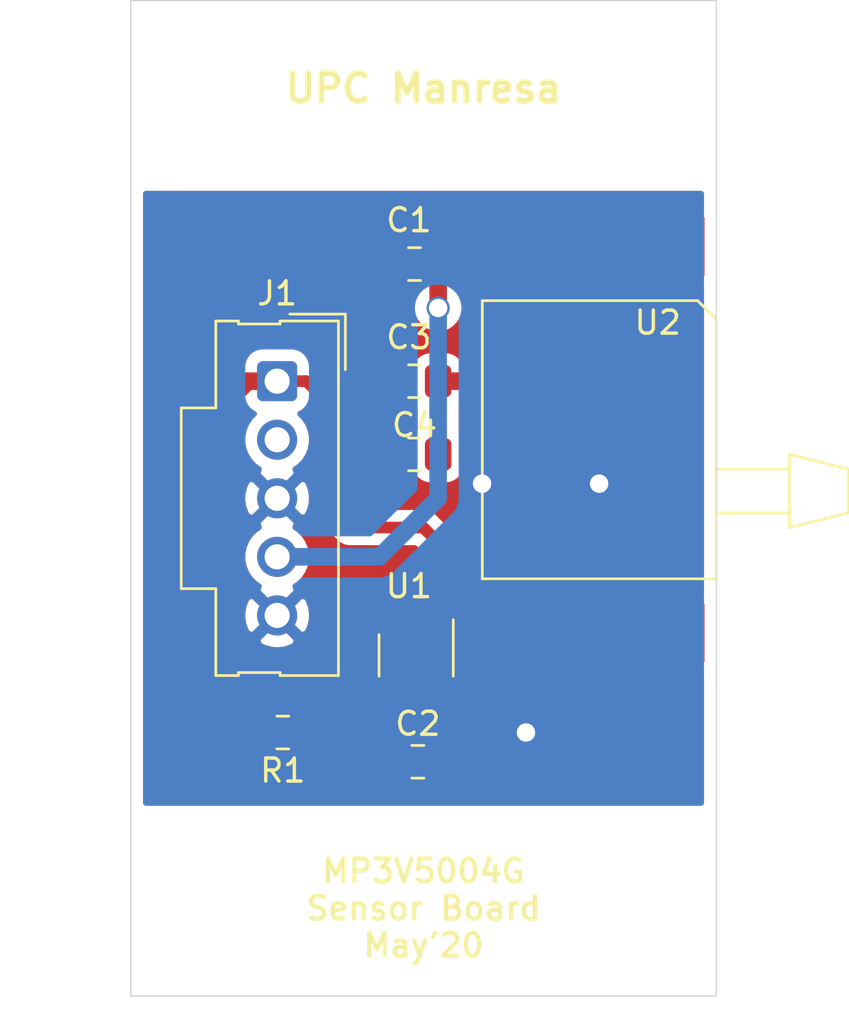
<source format=kicad_pcb>
(kicad_pcb (version 20171130) (host pcbnew 5.1.6-c6e7f7d~86~ubuntu18.04.1)

  (general
    (thickness 1.6)
    (drawings 6)
    (tracks 52)
    (zones 0)
    (modules 12)
    (nets 13)
  )

  (page A4)
  (layers
    (0 F.Cu signal)
    (31 B.Cu signal)
    (32 B.Adhes user)
    (33 F.Adhes user)
    (34 B.Paste user)
    (35 F.Paste user)
    (36 B.SilkS user)
    (37 F.SilkS user)
    (38 B.Mask user)
    (39 F.Mask user)
    (40 Dwgs.User user)
    (41 Cmts.User user)
    (42 Eco1.User user)
    (43 Eco2.User user)
    (44 Edge.Cuts user)
    (45 Margin user)
    (46 B.CrtYd user)
    (47 F.CrtYd user)
    (48 B.Fab user)
    (49 F.Fab user)
  )

  (setup
    (last_trace_width 0.508)
    (user_trace_width 0.508)
    (user_trace_width 0.762)
    (trace_clearance 0.2)
    (zone_clearance 0.508)
    (zone_45_only no)
    (trace_min 0.2)
    (via_size 0.8)
    (via_drill 0.4)
    (via_min_size 0.4)
    (via_min_drill 0.3)
    (user_via 1 0.8)
    (uvia_size 0.3)
    (uvia_drill 0.1)
    (uvias_allowed no)
    (uvia_min_size 0.2)
    (uvia_min_drill 0.1)
    (edge_width 0.05)
    (segment_width 0.2)
    (pcb_text_width 0.3)
    (pcb_text_size 1.5 1.5)
    (mod_edge_width 0.12)
    (mod_text_size 1 1)
    (mod_text_width 0.15)
    (pad_size 1.524 1.524)
    (pad_drill 0.762)
    (pad_to_mask_clearance 0.05)
    (aux_axis_origin 0 0)
    (visible_elements FFFFFF7F)
    (pcbplotparams
      (layerselection 0x010fc_ffffffff)
      (usegerberextensions false)
      (usegerberattributes true)
      (usegerberadvancedattributes true)
      (creategerberjobfile true)
      (excludeedgelayer true)
      (linewidth 0.100000)
      (plotframeref false)
      (viasonmask false)
      (mode 1)
      (useauxorigin false)
      (hpglpennumber 1)
      (hpglpenspeed 20)
      (hpglpendiameter 15.000000)
      (psnegative false)
      (psa4output false)
      (plotreference true)
      (plotvalue true)
      (plotinvisibletext false)
      (padsonsilk false)
      (subtractmaskfromsilk false)
      (outputformat 1)
      (mirror false)
      (drillshape 1)
      (scaleselection 1)
      (outputdirectory ""))
  )

  (net 0 "")
  (net 1 Vout)
  (net 2 GND)
  (net 3 "Net-(C2-Pad1)")
  (net 4 Vs)
  (net 5 +5V)
  (net 6 "Net-(J1-Pad2)")
  (net 7 "Net-(R1-Pad1)")
  (net 8 "Net-(U2-Pad8)")
  (net 9 "Net-(U2-Pad1)")
  (net 10 "Net-(U2-Pad7)")
  (net 11 "Net-(U2-Pad6)")
  (net 12 "Net-(U2-Pad5)")

  (net_class Default "This is the default net class."
    (clearance 0.2)
    (trace_width 0.25)
    (via_dia 0.8)
    (via_drill 0.4)
    (uvia_dia 0.3)
    (uvia_drill 0.1)
    (add_net +5V)
    (add_net GND)
    (add_net "Net-(C2-Pad1)")
    (add_net "Net-(J1-Pad2)")
    (add_net "Net-(R1-Pad1)")
    (add_net "Net-(U2-Pad1)")
    (add_net "Net-(U2-Pad5)")
    (add_net "Net-(U2-Pad6)")
    (add_net "Net-(U2-Pad7)")
    (add_net "Net-(U2-Pad8)")
    (add_net Vout)
    (add_net Vs)
  )

  (module MountingHole:MountingHole_3.2mm_M3 (layer F.Cu) (tedit 56D1B4CB) (tstamp 5EC40F43)
    (at 129.54 140.335)
    (descr "Mounting Hole 3.2mm, no annular, M3")
    (tags "mounting hole 3.2mm no annular m3")
    (attr virtual)
    (fp_text reference REF** (at 0 -4.2) (layer F.SilkS) hide
      (effects (font (size 1 1) (thickness 0.15)))
    )
    (fp_text value MountingHole_3.2mm_M3 (at 0 4.2) (layer F.Fab)
      (effects (font (size 1 1) (thickness 0.15)))
    )
    (fp_circle (center 0 0) (end 3.45 0) (layer F.CrtYd) (width 0.05))
    (fp_circle (center 0 0) (end 3.2 0) (layer Cmts.User) (width 0.15))
    (fp_text user %R (at 0.3 0) (layer F.Fab)
      (effects (font (size 1 1) (thickness 0.15)))
    )
    (pad 1 np_thru_hole circle (at 0 0) (size 3.2 3.2) (drill 3.2) (layers *.Cu *.Mask))
  )

  (module MountingHole:MountingHole_3.2mm_M3 (layer F.Cu) (tedit 56D1B4CB) (tstamp 5EC40F35)
    (at 147.32 140.335)
    (descr "Mounting Hole 3.2mm, no annular, M3")
    (tags "mounting hole 3.2mm no annular m3")
    (attr virtual)
    (fp_text reference REF** (at 0 -4.2) (layer F.SilkS) hide
      (effects (font (size 1 1) (thickness 0.15)))
    )
    (fp_text value MountingHole_3.2mm_M3 (at 0 4.2) (layer F.Fab)
      (effects (font (size 1 1) (thickness 0.15)))
    )
    (fp_text user %R (at 0.3 0) (layer F.Fab)
      (effects (font (size 1 1) (thickness 0.15)))
    )
    (fp_circle (center 0 0) (end 3.2 0) (layer Cmts.User) (width 0.15))
    (fp_circle (center 0 0) (end 3.45 0) (layer F.CrtYd) (width 0.05))
    (pad 1 np_thru_hole circle (at 0 0) (size 3.2 3.2) (drill 3.2) (layers *.Cu *.Mask))
  )

  (module MountingHole:MountingHole_3.2mm_M3 (layer F.Cu) (tedit 56D1B4CB) (tstamp 5EC40F27)
    (at 147.32 104.775)
    (descr "Mounting Hole 3.2mm, no annular, M3")
    (tags "mounting hole 3.2mm no annular m3")
    (attr virtual)
    (fp_text reference REF** (at 0 -4.2) (layer F.SilkS) hide
      (effects (font (size 1 1) (thickness 0.15)))
    )
    (fp_text value MountingHole_3.2mm_M3 (at 0 4.2) (layer F.Fab)
      (effects (font (size 1 1) (thickness 0.15)))
    )
    (fp_circle (center 0 0) (end 3.45 0) (layer F.CrtYd) (width 0.05))
    (fp_circle (center 0 0) (end 3.2 0) (layer Cmts.User) (width 0.15))
    (fp_text user %R (at 0.3 0) (layer F.Fab)
      (effects (font (size 1 1) (thickness 0.15)))
    )
    (pad 1 np_thru_hole circle (at 0 0) (size 3.2 3.2) (drill 3.2) (layers *.Cu *.Mask))
  )

  (module MountingHole:MountingHole_3.2mm_M3 (layer F.Cu) (tedit 56D1B4CB) (tstamp 5EC40F0C)
    (at 129.54 104.775)
    (descr "Mounting Hole 3.2mm, no annular, M3")
    (tags "mounting hole 3.2mm no annular m3")
    (attr virtual)
    (fp_text reference REF** (at 0 -4.2) (layer F.SilkS) hide
      (effects (font (size 1 1) (thickness 0.15)))
    )
    (fp_text value MountingHole_3.2mm_M3 (at 0 4.2) (layer F.Fab)
      (effects (font (size 1 1) (thickness 0.15)))
    )
    (fp_text user %R (at 0.3 0) (layer F.Fab)
      (effects (font (size 1 1) (thickness 0.15)))
    )
    (fp_circle (center 0 0) (end 3.2 0) (layer Cmts.User) (width 0.15))
    (fp_circle (center 0 0) (end 3.45 0) (layer F.CrtYd) (width 0.05))
    (pad 1 np_thru_hole circle (at 0 0) (size 3.2 3.2) (drill 3.2) (layers *.Cu *.Mask))
  )

  (module PersonalLibrary:MP3V5004 (layer F.Cu) (tedit 5EC3A7E7) (tstamp 5EC3E0A0)
    (at 146.05 120.015 180)
    (path /5EC37A09)
    (attr smd)
    (fp_text reference U2 (at -2.54 5.08 180) (layer F.SilkS)
      (effects (font (size 1 1) (thickness 0.15)))
    )
    (fp_text value MP3V5004G (at 0 0) (layer F.Fab)
      (effects (font (size 1 1) (thickness 0.15)))
    )
    (fp_line (start -4.27 6.035) (end -5.07 5.2325) (layer F.SilkS) (width 0.12))
    (fp_line (start -5.07 5.2325) (end -5.07 -6.0325) (layer F.SilkS) (width 0.12))
    (fp_line (start -5.08 -6.0325) (end 5.06 -6.0325) (layer F.SilkS) (width 0.12))
    (fp_line (start 5.07 -6.0325) (end 5.07 6.0325) (layer F.SilkS) (width 0.12))
    (fp_line (start 5.07 6.0325) (end -4.27 6.0325) (layer F.SilkS) (width 0.12))
    (fp_line (start -4.82 -9.9) (end 4.82 -9.9) (layer F.CrtYd) (width 0.05))
    (fp_line (start 4.82 -9.9) (end 4.82 9.9) (layer F.CrtYd) (width 0.05))
    (fp_line (start 4.82 9.9) (end -4.82 9.9) (layer F.CrtYd) (width 0.05))
    (fp_line (start -4.82 9.9) (end -4.82 -9.9) (layer F.CrtYd) (width 0.05))
    (fp_line (start -5.08 -3.175) (end -8.255 -3.175) (layer F.SilkS) (width 0.12))
    (fp_line (start -10.795 -3.175) (end -10.795 -1.27) (layer F.SilkS) (width 0.12))
    (fp_line (start -8.255 -1.27) (end -5.08 -1.27) (layer F.SilkS) (width 0.12))
    (fp_line (start -10.795 -3.175) (end -8.255 -3.81) (layer F.SilkS) (width 0.12))
    (fp_line (start -8.255 -3.81) (end -8.255 -0.635) (layer F.SilkS) (width 0.12))
    (fp_line (start -8.255 -0.635) (end -10.795 -1.27) (layer F.SilkS) (width 0.12))
    (pad 4 smd rect (at 3.81 8.38 180) (size 1.52 2.54) (layers F.Cu F.Paste F.Mask)
      (net 1 Vout))
    (pad 5 smd rect (at 3.81 -8.38 180) (size 1.52 2.54) (layers F.Cu F.Paste F.Mask)
      (net 12 "Net-(U2-Pad5)"))
    (pad 3 smd rect (at 1.27 8.38 180) (size 1.52 2.54) (layers F.Cu F.Paste F.Mask)
      (net 2 GND))
    (pad 6 smd rect (at 1.27 -8.38 180) (size 1.52 2.54) (layers F.Cu F.Paste F.Mask)
      (net 11 "Net-(U2-Pad6)"))
    (pad 2 smd rect (at -1.27 8.38 180) (size 1.52 2.54) (layers F.Cu F.Paste F.Mask)
      (net 4 Vs))
    (pad 7 smd rect (at -1.27 -8.38 180) (size 1.52 2.54) (layers F.Cu F.Paste F.Mask)
      (net 10 "Net-(U2-Pad7)"))
    (pad 1 smd rect (at -3.81 8.38 180) (size 1.52 2.54) (layers F.Cu F.Paste F.Mask)
      (net 9 "Net-(U2-Pad1)"))
    (pad 8 smd rect (at -3.81 -8.38 180) (size 1.52 2.54) (layers F.Cu F.Paste F.Mask)
      (net 8 "Net-(U2-Pad8)"))
  )

  (module Capacitor_SMD:C_0805_2012Metric_Pad1.15x1.40mm_HandSolder (layer F.Cu) (tedit 5B36C52B) (tstamp 5EC3E001)
    (at 138.04 112.395 180)
    (descr "Capacitor SMD 0805 (2012 Metric), square (rectangular) end terminal, IPC_7351 nominal with elongated pad for handsoldering. (Body size source: https://docs.google.com/spreadsheets/d/1BsfQQcO9C6DZCsRaXUlFlo91Tg2WpOkGARC1WS5S8t0/edit?usp=sharing), generated with kicad-footprint-generator")
    (tags "capacitor handsolder")
    (path /5EC385E2)
    (attr smd)
    (fp_text reference C1 (at 0.245 1.905) (layer F.SilkS)
      (effects (font (size 1 1) (thickness 0.15)))
    )
    (fp_text value 470pF (at 4.69 0.635) (layer F.Fab)
      (effects (font (size 1 1) (thickness 0.15)))
    )
    (fp_line (start -1 0.6) (end -1 -0.6) (layer F.Fab) (width 0.1))
    (fp_line (start -1 -0.6) (end 1 -0.6) (layer F.Fab) (width 0.1))
    (fp_line (start 1 -0.6) (end 1 0.6) (layer F.Fab) (width 0.1))
    (fp_line (start 1 0.6) (end -1 0.6) (layer F.Fab) (width 0.1))
    (fp_line (start -0.261252 -0.71) (end 0.261252 -0.71) (layer F.SilkS) (width 0.12))
    (fp_line (start -0.261252 0.71) (end 0.261252 0.71) (layer F.SilkS) (width 0.12))
    (fp_line (start -1.85 0.95) (end -1.85 -0.95) (layer F.CrtYd) (width 0.05))
    (fp_line (start -1.85 -0.95) (end 1.85 -0.95) (layer F.CrtYd) (width 0.05))
    (fp_line (start 1.85 -0.95) (end 1.85 0.95) (layer F.CrtYd) (width 0.05))
    (fp_line (start 1.85 0.95) (end -1.85 0.95) (layer F.CrtYd) (width 0.05))
    (fp_text user %R (at 0 0) (layer F.Fab)
      (effects (font (size 0.5 0.5) (thickness 0.08)))
    )
    (pad 1 smd roundrect (at -1.025 0 180) (size 1.15 1.4) (layers F.Cu F.Paste F.Mask) (roundrect_rratio 0.217391)
      (net 1 Vout))
    (pad 2 smd roundrect (at 1.025 0 180) (size 1.15 1.4) (layers F.Cu F.Paste F.Mask) (roundrect_rratio 0.217391)
      (net 2 GND))
    (model ${KISYS3DMOD}/Capacitor_SMD.3dshapes/C_0805_2012Metric.wrl
      (at (xyz 0 0 0))
      (scale (xyz 1 1 1))
      (rotate (xyz 0 0 0))
    )
  )

  (module Capacitor_SMD:C_0805_2012Metric_Pad1.15x1.40mm_HandSolder (layer F.Cu) (tedit 5B36C52B) (tstamp 5EC3E012)
    (at 138.185 133.985)
    (descr "Capacitor SMD 0805 (2012 Metric), square (rectangular) end terminal, IPC_7351 nominal with elongated pad for handsoldering. (Body size source: https://docs.google.com/spreadsheets/d/1BsfQQcO9C6DZCsRaXUlFlo91Tg2WpOkGARC1WS5S8t0/edit?usp=sharing), generated with kicad-footprint-generator")
    (tags "capacitor handsolder")
    (path /5EC396D7)
    (attr smd)
    (fp_text reference C2 (at 0 -1.65) (layer F.SilkS)
      (effects (font (size 1 1) (thickness 0.15)))
    )
    (fp_text value 10nF (at 0 1.65) (layer F.Fab)
      (effects (font (size 1 1) (thickness 0.15)))
    )
    (fp_line (start -1 0.6) (end -1 -0.6) (layer F.Fab) (width 0.1))
    (fp_line (start -1 -0.6) (end 1 -0.6) (layer F.Fab) (width 0.1))
    (fp_line (start 1 -0.6) (end 1 0.6) (layer F.Fab) (width 0.1))
    (fp_line (start 1 0.6) (end -1 0.6) (layer F.Fab) (width 0.1))
    (fp_line (start -0.261252 -0.71) (end 0.261252 -0.71) (layer F.SilkS) (width 0.12))
    (fp_line (start -0.261252 0.71) (end 0.261252 0.71) (layer F.SilkS) (width 0.12))
    (fp_line (start -1.85 0.95) (end -1.85 -0.95) (layer F.CrtYd) (width 0.05))
    (fp_line (start -1.85 -0.95) (end 1.85 -0.95) (layer F.CrtYd) (width 0.05))
    (fp_line (start 1.85 -0.95) (end 1.85 0.95) (layer F.CrtYd) (width 0.05))
    (fp_line (start 1.85 0.95) (end -1.85 0.95) (layer F.CrtYd) (width 0.05))
    (fp_text user %R (at 0 0) (layer F.Fab)
      (effects (font (size 0.5 0.5) (thickness 0.08)))
    )
    (pad 1 smd roundrect (at -1.025 0) (size 1.15 1.4) (layers F.Cu F.Paste F.Mask) (roundrect_rratio 0.217391)
      (net 3 "Net-(C2-Pad1)"))
    (pad 2 smd roundrect (at 1.025 0) (size 1.15 1.4) (layers F.Cu F.Paste F.Mask) (roundrect_rratio 0.217391)
      (net 2 GND))
    (model ${KISYS3DMOD}/Capacitor_SMD.3dshapes/C_0805_2012Metric.wrl
      (at (xyz 0 0 0))
      (scale (xyz 1 1 1))
      (rotate (xyz 0 0 0))
    )
  )

  (module Capacitor_SMD:C_0805_2012Metric_Pad1.15x1.40mm_HandSolder (layer F.Cu) (tedit 5B36C52B) (tstamp 5EC3E023)
    (at 138.04 117.475 180)
    (descr "Capacitor SMD 0805 (2012 Metric), square (rectangular) end terminal, IPC_7351 nominal with elongated pad for handsoldering. (Body size source: https://docs.google.com/spreadsheets/d/1BsfQQcO9C6DZCsRaXUlFlo91Tg2WpOkGARC1WS5S8t0/edit?usp=sharing), generated with kicad-footprint-generator")
    (tags "capacitor handsolder")
    (path /5EC46006)
    (attr smd)
    (fp_text reference C3 (at 0.245 1.905) (layer F.SilkS)
      (effects (font (size 1 1) (thickness 0.15)))
    )
    (fp_text value 10nF (at 0 1.65) (layer F.Fab)
      (effects (font (size 1 1) (thickness 0.15)))
    )
    (fp_line (start 1.85 0.95) (end -1.85 0.95) (layer F.CrtYd) (width 0.05))
    (fp_line (start 1.85 -0.95) (end 1.85 0.95) (layer F.CrtYd) (width 0.05))
    (fp_line (start -1.85 -0.95) (end 1.85 -0.95) (layer F.CrtYd) (width 0.05))
    (fp_line (start -1.85 0.95) (end -1.85 -0.95) (layer F.CrtYd) (width 0.05))
    (fp_line (start -0.261252 0.71) (end 0.261252 0.71) (layer F.SilkS) (width 0.12))
    (fp_line (start -0.261252 -0.71) (end 0.261252 -0.71) (layer F.SilkS) (width 0.12))
    (fp_line (start 1 0.6) (end -1 0.6) (layer F.Fab) (width 0.1))
    (fp_line (start 1 -0.6) (end 1 0.6) (layer F.Fab) (width 0.1))
    (fp_line (start -1 -0.6) (end 1 -0.6) (layer F.Fab) (width 0.1))
    (fp_line (start -1 0.6) (end -1 -0.6) (layer F.Fab) (width 0.1))
    (fp_text user %R (at 0 0) (layer F.Fab)
      (effects (font (size 0.5 0.5) (thickness 0.08)))
    )
    (pad 2 smd roundrect (at 1.025 0 180) (size 1.15 1.4) (layers F.Cu F.Paste F.Mask) (roundrect_rratio 0.217391)
      (net 2 GND))
    (pad 1 smd roundrect (at -1.025 0 180) (size 1.15 1.4) (layers F.Cu F.Paste F.Mask) (roundrect_rratio 0.217391)
      (net 4 Vs))
    (model ${KISYS3DMOD}/Capacitor_SMD.3dshapes/C_0805_2012Metric.wrl
      (at (xyz 0 0 0))
      (scale (xyz 1 1 1))
      (rotate (xyz 0 0 0))
    )
  )

  (module Capacitor_SMD:C_0805_2012Metric_Pad1.15x1.40mm_HandSolder (layer F.Cu) (tedit 5B36C52B) (tstamp 5EC3E034)
    (at 138.04 120.65 180)
    (descr "Capacitor SMD 0805 (2012 Metric), square (rectangular) end terminal, IPC_7351 nominal with elongated pad for handsoldering. (Body size source: https://docs.google.com/spreadsheets/d/1BsfQQcO9C6DZCsRaXUlFlo91Tg2WpOkGARC1WS5S8t0/edit?usp=sharing), generated with kicad-footprint-generator")
    (tags "capacitor handsolder")
    (path /5EC392DB)
    (attr smd)
    (fp_text reference C4 (at 0 1.27) (layer F.SilkS)
      (effects (font (size 1 1) (thickness 0.15)))
    )
    (fp_text value 1uF (at 0.88 -1.905) (layer F.Fab)
      (effects (font (size 1 1) (thickness 0.15)))
    )
    (fp_line (start 1.85 0.95) (end -1.85 0.95) (layer F.CrtYd) (width 0.05))
    (fp_line (start 1.85 -0.95) (end 1.85 0.95) (layer F.CrtYd) (width 0.05))
    (fp_line (start -1.85 -0.95) (end 1.85 -0.95) (layer F.CrtYd) (width 0.05))
    (fp_line (start -1.85 0.95) (end -1.85 -0.95) (layer F.CrtYd) (width 0.05))
    (fp_line (start -0.261252 0.71) (end 0.261252 0.71) (layer F.SilkS) (width 0.12))
    (fp_line (start -0.261252 -0.71) (end 0.261252 -0.71) (layer F.SilkS) (width 0.12))
    (fp_line (start 1 0.6) (end -1 0.6) (layer F.Fab) (width 0.1))
    (fp_line (start 1 -0.6) (end 1 0.6) (layer F.Fab) (width 0.1))
    (fp_line (start -1 -0.6) (end 1 -0.6) (layer F.Fab) (width 0.1))
    (fp_line (start -1 0.6) (end -1 -0.6) (layer F.Fab) (width 0.1))
    (fp_text user %R (at 0 0) (layer F.Fab)
      (effects (font (size 0.5 0.5) (thickness 0.08)))
    )
    (pad 2 smd roundrect (at 1.025 0 180) (size 1.15 1.4) (layers F.Cu F.Paste F.Mask) (roundrect_rratio 0.217391)
      (net 2 GND))
    (pad 1 smd roundrect (at -1.025 0 180) (size 1.15 1.4) (layers F.Cu F.Paste F.Mask) (roundrect_rratio 0.217391)
      (net 4 Vs))
    (model ${KISYS3DMOD}/Capacitor_SMD.3dshapes/C_0805_2012Metric.wrl
      (at (xyz 0 0 0))
      (scale (xyz 1 1 1))
      (rotate (xyz 0 0 0))
    )
  )

  (module Connector_Molex:Molex_SL_171971-0005_1x05_P2.54mm_Vertical (layer F.Cu) (tedit 5DA36613) (tstamp 5EC3E065)
    (at 132.08 117.475 270)
    (descr "Molex Stackable Linear Connector, 171971-0005 (compatible alternatives: 171971-0105, 171971-0205), 5 Pins per row (https://www.molex.com/pdm_docs/sd/1719710002_sd.pdf), generated with kicad-footprint-generator")
    (tags "connector Molex SL vertical")
    (path /5EC5F514)
    (fp_text reference J1 (at -3.81 0 180) (layer F.SilkS)
      (effects (font (size 1 1) (thickness 0.15)))
    )
    (fp_text value Conn_01x05 (at 5.08 5.25 90) (layer F.Fab)
      (effects (font (size 1 1) (thickness 0.15)))
    )
    (fp_line (start -2.5 -2.55) (end -2.5 -0.24) (layer F.Fab) (width 0.1))
    (fp_line (start -2.5 -0.24) (end -2.37 -0.24) (layer F.Fab) (width 0.1))
    (fp_line (start -2.37 -0.24) (end -2.37 1.79) (layer F.Fab) (width 0.1))
    (fp_line (start -2.37 1.79) (end -2.5 1.79) (layer F.Fab) (width 0.1))
    (fp_line (start -2.5 1.79) (end -2.5 2.55) (layer F.Fab) (width 0.1))
    (fp_line (start -2.5 2.55) (end 12.66 2.55) (layer F.Fab) (width 0.1))
    (fp_line (start 12.66 2.55) (end 12.66 1.79) (layer F.Fab) (width 0.1))
    (fp_line (start 12.66 1.79) (end 12.53 1.79) (layer F.Fab) (width 0.1))
    (fp_line (start 12.53 1.79) (end 12.53 -0.24) (layer F.Fab) (width 0.1))
    (fp_line (start 12.53 -0.24) (end 12.66 -0.24) (layer F.Fab) (width 0.1))
    (fp_line (start 12.66 -0.24) (end 12.66 -2.55) (layer F.Fab) (width 0.1))
    (fp_line (start 12.66 -2.55) (end -2.5 -2.55) (layer F.Fab) (width 0.1))
    (fp_line (start 1.27 2.55) (end 1.27 4.05) (layer F.Fab) (width 0.1))
    (fp_line (start 1.27 4.05) (end 8.89 4.05) (layer F.Fab) (width 0.1))
    (fp_line (start 8.89 4.05) (end 8.89 2.55) (layer F.Fab) (width 0.1))
    (fp_line (start -2.61 -2.66) (end -2.61 -0.13) (layer F.SilkS) (width 0.12))
    (fp_line (start -2.61 -0.13) (end -2.48 -0.13) (layer F.SilkS) (width 0.12))
    (fp_line (start -2.48 -0.13) (end -2.48 1.68) (layer F.SilkS) (width 0.12))
    (fp_line (start -2.48 1.68) (end -2.61 1.68) (layer F.SilkS) (width 0.12))
    (fp_line (start -2.61 1.68) (end -2.61 2.66) (layer F.SilkS) (width 0.12))
    (fp_line (start -2.61 2.66) (end 1.16 2.66) (layer F.SilkS) (width 0.12))
    (fp_line (start 1.16 2.66) (end 1.16 4.16) (layer F.SilkS) (width 0.12))
    (fp_line (start 1.16 4.16) (end 9 4.16) (layer F.SilkS) (width 0.12))
    (fp_line (start 9 4.16) (end 9 2.66) (layer F.SilkS) (width 0.12))
    (fp_line (start 9 2.66) (end 12.77 2.66) (layer F.SilkS) (width 0.12))
    (fp_line (start 12.77 2.66) (end 12.77 1.68) (layer F.SilkS) (width 0.12))
    (fp_line (start 12.77 1.68) (end 12.64 1.68) (layer F.SilkS) (width 0.12))
    (fp_line (start 12.64 1.68) (end 12.64 -0.13) (layer F.SilkS) (width 0.12))
    (fp_line (start 12.64 -0.13) (end 12.77 -0.13) (layer F.SilkS) (width 0.12))
    (fp_line (start 12.77 -0.13) (end 12.77 -2.66) (layer F.SilkS) (width 0.12))
    (fp_line (start 12.77 -2.66) (end -2.61 -2.66) (layer F.SilkS) (width 0.12))
    (fp_line (start -2.91 -0.55) (end -2.91 -2.96) (layer F.SilkS) (width 0.12))
    (fp_line (start -2.91 -2.96) (end -0.5 -2.96) (layer F.SilkS) (width 0.12))
    (fp_line (start 0.5 -2.55) (end 0 -1.842893) (layer F.Fab) (width 0.1))
    (fp_line (start 0 -1.842893) (end -0.5 -2.55) (layer F.Fab) (width 0.1))
    (fp_line (start -3 -3.05) (end -3 4.55) (layer F.CrtYd) (width 0.05))
    (fp_line (start -3 4.55) (end 13.16 4.55) (layer F.CrtYd) (width 0.05))
    (fp_line (start 13.16 4.55) (end 13.16 -3.05) (layer F.CrtYd) (width 0.05))
    (fp_line (start 13.16 -3.05) (end -3 -3.05) (layer F.CrtYd) (width 0.05))
    (fp_text user %R (at 5.08 1.85 90) (layer F.Fab)
      (effects (font (size 1 1) (thickness 0.15)))
    )
    (pad 1 thru_hole roundrect (at 0 0 270) (size 1.74 1.74) (drill 1.09) (layers *.Cu *.Mask) (roundrect_rratio 0.143678)
      (net 5 +5V))
    (pad 2 thru_hole circle (at 2.54 0 270) (size 1.74 1.74) (drill 1.09) (layers *.Cu *.Mask)
      (net 6 "Net-(J1-Pad2)"))
    (pad 3 thru_hole circle (at 5.08 0 270) (size 1.74 1.74) (drill 1.09) (layers *.Cu *.Mask)
      (net 2 GND))
    (pad 4 thru_hole circle (at 7.62 0 270) (size 1.74 1.74) (drill 1.09) (layers *.Cu *.Mask)
      (net 1 Vout))
    (pad 5 thru_hole circle (at 10.16 0 270) (size 1.74 1.74) (drill 1.09) (layers *.Cu *.Mask)
      (net 2 GND))
    (model ${KISYS3DMOD}/Connector_Molex.3dshapes/Molex_SL_171971-0005_1x05_P2.54mm_Vertical.wrl
      (at (xyz 0 0 0))
      (scale (xyz 1 1 1))
      (rotate (xyz 0 0 0))
    )
  )

  (module Resistor_SMD:R_0805_2012Metric_Pad1.15x1.40mm_HandSolder (layer F.Cu) (tedit 5B36C52B) (tstamp 5EC3E076)
    (at 132.325 132.715 180)
    (descr "Resistor SMD 0805 (2012 Metric), square (rectangular) end terminal, IPC_7351 nominal with elongated pad for handsoldering. (Body size source: https://docs.google.com/spreadsheets/d/1BsfQQcO9C6DZCsRaXUlFlo91Tg2WpOkGARC1WS5S8t0/edit?usp=sharing), generated with kicad-footprint-generator")
    (tags "resistor handsolder")
    (path /5EC47904)
    (attr smd)
    (fp_text reference R1 (at 0 -1.65) (layer F.SilkS)
      (effects (font (size 1 1) (thickness 0.15)))
    )
    (fp_text value 1k (at 0 1.65) (layer F.Fab)
      (effects (font (size 1 1) (thickness 0.15)))
    )
    (fp_line (start -1 0.6) (end -1 -0.6) (layer F.Fab) (width 0.1))
    (fp_line (start -1 -0.6) (end 1 -0.6) (layer F.Fab) (width 0.1))
    (fp_line (start 1 -0.6) (end 1 0.6) (layer F.Fab) (width 0.1))
    (fp_line (start 1 0.6) (end -1 0.6) (layer F.Fab) (width 0.1))
    (fp_line (start -0.261252 -0.71) (end 0.261252 -0.71) (layer F.SilkS) (width 0.12))
    (fp_line (start -0.261252 0.71) (end 0.261252 0.71) (layer F.SilkS) (width 0.12))
    (fp_line (start -1.85 0.95) (end -1.85 -0.95) (layer F.CrtYd) (width 0.05))
    (fp_line (start -1.85 -0.95) (end 1.85 -0.95) (layer F.CrtYd) (width 0.05))
    (fp_line (start 1.85 -0.95) (end 1.85 0.95) (layer F.CrtYd) (width 0.05))
    (fp_line (start 1.85 0.95) (end -1.85 0.95) (layer F.CrtYd) (width 0.05))
    (fp_text user %R (at 0 0) (layer F.Fab)
      (effects (font (size 0.5 0.5) (thickness 0.08)))
    )
    (pad 1 smd roundrect (at -1.025 0 180) (size 1.15 1.4) (layers F.Cu F.Paste F.Mask) (roundrect_rratio 0.217391)
      (net 7 "Net-(R1-Pad1)"))
    (pad 2 smd roundrect (at 1.025 0 180) (size 1.15 1.4) (layers F.Cu F.Paste F.Mask) (roundrect_rratio 0.217391)
      (net 5 +5V))
    (model ${KISYS3DMOD}/Resistor_SMD.3dshapes/R_0805_2012Metric.wrl
      (at (xyz 0 0 0))
      (scale (xyz 1 1 1))
      (rotate (xyz 0 0 0))
    )
  )

  (module Package_TO_SOT_SMD:SOT-23-5 (layer F.Cu) (tedit 5A02FF57) (tstamp 5EC3E367)
    (at 138.11 129.37 270)
    (descr "5-pin SOT23 package")
    (tags SOT-23-5)
    (path /5EC3B32F)
    (attr smd)
    (fp_text reference U1 (at -3.005 0.315 180) (layer F.SilkS)
      (effects (font (size 1 1) (thickness 0.15)))
    )
    (fp_text value LP2985-3.0 (at 0 2.9 90) (layer F.Fab)
      (effects (font (size 1 1) (thickness 0.15)))
    )
    (fp_line (start -0.9 1.61) (end 0.9 1.61) (layer F.SilkS) (width 0.12))
    (fp_line (start 0.9 -1.61) (end -1.55 -1.61) (layer F.SilkS) (width 0.12))
    (fp_line (start -1.9 -1.8) (end 1.9 -1.8) (layer F.CrtYd) (width 0.05))
    (fp_line (start 1.9 -1.8) (end 1.9 1.8) (layer F.CrtYd) (width 0.05))
    (fp_line (start 1.9 1.8) (end -1.9 1.8) (layer F.CrtYd) (width 0.05))
    (fp_line (start -1.9 1.8) (end -1.9 -1.8) (layer F.CrtYd) (width 0.05))
    (fp_line (start -0.9 -0.9) (end -0.25 -1.55) (layer F.Fab) (width 0.1))
    (fp_line (start 0.9 -1.55) (end -0.25 -1.55) (layer F.Fab) (width 0.1))
    (fp_line (start -0.9 -0.9) (end -0.9 1.55) (layer F.Fab) (width 0.1))
    (fp_line (start 0.9 1.55) (end -0.9 1.55) (layer F.Fab) (width 0.1))
    (fp_line (start 0.9 -1.55) (end 0.9 1.55) (layer F.Fab) (width 0.1))
    (fp_text user %R (at 0 0) (layer F.Fab)
      (effects (font (size 0.5 0.5) (thickness 0.075)))
    )
    (pad 1 smd rect (at -1.1 -0.95 270) (size 1.06 0.65) (layers F.Cu F.Paste F.Mask)
      (net 5 +5V))
    (pad 2 smd rect (at -1.1 0 270) (size 1.06 0.65) (layers F.Cu F.Paste F.Mask)
      (net 2 GND))
    (pad 3 smd rect (at -1.1 0.95 270) (size 1.06 0.65) (layers F.Cu F.Paste F.Mask)
      (net 7 "Net-(R1-Pad1)"))
    (pad 4 smd rect (at 1.1 0.95 270) (size 1.06 0.65) (layers F.Cu F.Paste F.Mask)
      (net 3 "Net-(C2-Pad1)"))
    (pad 5 smd rect (at 1.1 -0.95 270) (size 1.06 0.65) (layers F.Cu F.Paste F.Mask)
      (net 4 Vs))
    (model ${KISYS3DMOD}/Package_TO_SOT_SMD.3dshapes/SOT-23-5.wrl
      (at (xyz 0 0 0))
      (scale (xyz 1 1 1))
      (rotate (xyz 0 0 0))
    )
  )

  (gr_text "MP3V5004G\nSensor Board\nMay'20" (at 138.43 140.335) (layer F.SilkS)
    (effects (font (size 1 1) (thickness 0.18)))
  )
  (gr_text "UPC Manresa" (at 138.43 104.775) (layer F.SilkS)
    (effects (font (size 1.2 1.2) (thickness 0.25)))
  )
  (gr_line (start 125.73 100.965) (end 125.73 144.145) (layer Edge.Cuts) (width 0.05))
  (gr_line (start 151.13 144.145) (end 125.73 144.145) (layer Edge.Cuts) (width 0.05))
  (gr_line (start 151.13 100.965) (end 151.13 144.145) (layer Edge.Cuts) (width 0.05))
  (gr_line (start 125.73 100.965) (end 151.13 100.965) (layer Edge.Cuts) (width 0.05))

  (segment (start 141.48 112.395) (end 142.24 111.635) (width 0.762) (layer F.Cu) (net 1))
  (segment (start 139.065 112.395) (end 141.48 112.395) (width 0.762) (layer F.Cu) (net 1))
  (segment (start 139.065 112.395) (end 139.065 114.3) (width 0.762) (layer F.Cu) (net 1))
  (via (at 139.065 114.3) (size 1) (drill 0.8) (layers F.Cu B.Cu) (net 1))
  (segment (start 132.08 125.095) (end 136.525 125.095) (width 0.762) (layer B.Cu) (net 1))
  (segment (start 139.065 122.555) (end 139.065 114.3) (width 0.762) (layer B.Cu) (net 1))
  (segment (start 136.525 125.095) (end 139.065 122.555) (width 0.762) (layer B.Cu) (net 1))
  (via (at 142.875 132.715) (size 1) (drill 0.8) (layers F.Cu B.Cu) (net 2))
  (segment (start 141.605 133.985) (end 142.875 132.715) (width 0.762) (layer F.Cu) (net 2))
  (segment (start 139.21 133.985) (end 141.605 133.985) (width 0.762) (layer F.Cu) (net 2))
  (via (at 146.05 121.92) (size 1) (drill 0.8) (layers F.Cu B.Cu) (net 2))
  (via (at 140.97 121.92) (size 1) (drill 0.8) (layers F.Cu B.Cu) (net 2))
  (segment (start 138.11 128.27) (end 138.11 126.045) (width 0.508) (layer F.Cu) (net 2))
  (segment (start 138.11 126.045) (end 137.795 125.73) (width 0.508) (layer F.Cu) (net 2))
  (segment (start 133.985 125.73) (end 132.08 127.635) (width 0.508) (layer F.Cu) (net 2))
  (segment (start 137.795 125.73) (end 133.985 125.73) (width 0.508) (layer F.Cu) (net 2))
  (segment (start 137.16 130.47) (end 137.16 133.985) (width 0.762) (layer F.Cu) (net 3))
  (segment (start 147.32 114.935) (end 147.32 111.635) (width 0.762) (layer F.Cu) (net 4))
  (segment (start 144.78 117.475) (end 147.32 114.935) (width 0.762) (layer F.Cu) (net 4))
  (segment (start 139.065 120.65) (end 139.065 117.475) (width 0.762) (layer F.Cu) (net 4))
  (segment (start 139.06 130.47) (end 139.405 130.47) (width 0.762) (layer F.Cu) (net 4))
  (segment (start 139.065 117.475) (end 141.605 117.475) (width 0.762) (layer F.Cu) (net 4))
  (segment (start 140.335 127) (end 141.605 125.73) (width 0.762) (layer F.Cu) (net 4))
  (segment (start 139.405 130.47) (end 140.335 129.54) (width 0.762) (layer F.Cu) (net 4))
  (segment (start 140.335 129.54) (end 140.335 127) (width 0.762) (layer F.Cu) (net 4))
  (segment (start 141.605 125.73) (end 144.145 123.19) (width 0.762) (layer F.Cu) (net 4))
  (segment (start 144.145 117.475) (end 144.78 117.475) (width 0.762) (layer F.Cu) (net 4))
  (segment (start 144.78 117.475) (end 144.145 118.11) (width 0.508) (layer F.Cu) (net 4))
  (segment (start 144.145 123.19) (end 144.145 118.11) (width 0.762) (layer F.Cu) (net 4))
  (segment (start 144.145 118.11) (end 144.145 117.475) (width 0.762) (layer F.Cu) (net 4))
  (segment (start 141.605 117.475) (end 143.51 117.475) (width 0.762) (layer F.Cu) (net 4))
  (segment (start 144.145 118.11) (end 143.51 117.475) (width 0.508) (layer F.Cu) (net 4))
  (segment (start 143.51 117.475) (end 144.145 117.475) (width 0.762) (layer F.Cu) (net 4))
  (segment (start 139.065 128.27) (end 139.21 128.125) (width 0.508) (layer F.Cu) (net 5))
  (segment (start 139.06 128.27) (end 139.065 128.27) (width 0.508) (layer F.Cu) (net 5))
  (segment (start 132.08 117.475) (end 130.81 117.475) (width 0.762) (layer F.Cu) (net 5))
  (segment (start 130.81 117.475) (end 129.54 118.745) (width 0.762) (layer F.Cu) (net 5))
  (segment (start 129.54 130.955) (end 131.3 132.715) (width 0.762) (layer F.Cu) (net 5))
  (segment (start 129.54 118.745) (end 129.54 130.955) (width 0.762) (layer F.Cu) (net 5))
  (segment (start 139.06 128.27) (end 139.06 124.465) (width 0.508) (layer F.Cu) (net 5))
  (segment (start 139.06 124.465) (end 138.42 123.825) (width 0.508) (layer F.Cu) (net 5))
  (segment (start 138.42 123.825) (end 135.255 123.825) (width 0.508) (layer F.Cu) (net 5))
  (segment (start 135.255 123.825) (end 134.62 123.19) (width 0.508) (layer F.Cu) (net 5))
  (segment (start 134.62 123.19) (end 134.62 118.745) (width 0.508) (layer F.Cu) (net 5))
  (segment (start 133.35 117.475) (end 132.08 117.475) (width 0.508) (layer F.Cu) (net 5))
  (segment (start 134.62 118.745) (end 133.35 117.475) (width 0.508) (layer F.Cu) (net 5))
  (segment (start 133.35 132.715) (end 133.985 132.715) (width 0.762) (layer F.Cu) (net 7))
  (segment (start 133.985 132.715) (end 134.62 132.08) (width 0.762) (layer F.Cu) (net 7))
  (segment (start 134.62 132.08) (end 134.62 129.54) (width 0.762) (layer F.Cu) (net 7))
  (segment (start 134.62 129.54) (end 135.89 128.27) (width 0.762) (layer F.Cu) (net 7))
  (segment (start 135.89 128.27) (end 136.525 128.27) (width 0.762) (layer F.Cu) (net 7))
  (segment (start 137.16 128.27) (end 136.525 128.27) (width 0.508) (layer F.Cu) (net 7))

  (zone (net 2) (net_name GND) (layer F.Cu) (tstamp 0) (hatch edge 0.508)
    (connect_pads (clearance 0.508))
    (min_thickness 0.254)
    (fill yes (arc_segments 32) (thermal_gap 0.508) (thermal_bridge_width 0.508))
    (polygon
      (pts
        (xy 151.13 135.89) (xy 125.73 135.89) (xy 125.73 109.22) (xy 151.13 109.22)
      )
    )
    (filled_polygon
      (pts
        (xy 150.47 109.726928) (xy 149.1 109.726928) (xy 148.975518 109.739188) (xy 148.85582 109.775498) (xy 148.745506 109.834463)
        (xy 148.648815 109.913815) (xy 148.59 109.985482) (xy 148.531185 109.913815) (xy 148.434494 109.834463) (xy 148.32418 109.775498)
        (xy 148.204482 109.739188) (xy 148.08 109.726928) (xy 146.56 109.726928) (xy 146.435518 109.739188) (xy 146.31582 109.775498)
        (xy 146.205506 109.834463) (xy 146.108815 109.913815) (xy 146.05 109.985482) (xy 145.991185 109.913815) (xy 145.894494 109.834463)
        (xy 145.78418 109.775498) (xy 145.664482 109.739188) (xy 145.54 109.726928) (xy 145.06575 109.73) (xy 144.907 109.88875)
        (xy 144.907 111.508) (xy 144.927 111.508) (xy 144.927 111.762) (xy 144.907 111.762) (xy 144.907 113.38125)
        (xy 145.06575 113.54) (xy 145.54 113.543072) (xy 145.664482 113.530812) (xy 145.78418 113.494502) (xy 145.894494 113.435537)
        (xy 145.991185 113.356185) (xy 146.05 113.284518) (xy 146.108815 113.356185) (xy 146.205506 113.435537) (xy 146.304 113.488184)
        (xy 146.304 114.514159) (xy 144.35916 116.459) (xy 144.194902 116.459) (xy 144.145 116.454085) (xy 144.095098 116.459)
        (xy 140.068813 116.459) (xy 140.017962 116.397038) (xy 139.883387 116.286595) (xy 139.729851 116.204528) (xy 139.563255 116.153992)
        (xy 139.390001 116.136928) (xy 138.739999 116.136928) (xy 138.566745 116.153992) (xy 138.400149 116.204528) (xy 138.246613 116.286595)
        (xy 138.112038 116.397038) (xy 138.106658 116.403594) (xy 138.041185 116.323815) (xy 137.944494 116.244463) (xy 137.83418 116.185498)
        (xy 137.714482 116.149188) (xy 137.59 116.136928) (xy 137.30075 116.14) (xy 137.142 116.29875) (xy 137.142 117.348)
        (xy 137.162 117.348) (xy 137.162 117.602) (xy 137.142 117.602) (xy 137.142 118.65125) (xy 137.30075 118.81)
        (xy 137.59 118.813072) (xy 137.714482 118.800812) (xy 137.83418 118.764502) (xy 137.944494 118.705537) (xy 138.041185 118.626185)
        (xy 138.049001 118.616662) (xy 138.049 119.508338) (xy 138.041185 119.498815) (xy 137.944494 119.419463) (xy 137.83418 119.360498)
        (xy 137.714482 119.324188) (xy 137.59 119.311928) (xy 137.30075 119.315) (xy 137.142 119.47375) (xy 137.142 120.523)
        (xy 137.162 120.523) (xy 137.162 120.777) (xy 137.142 120.777) (xy 137.142 121.82625) (xy 137.30075 121.985)
        (xy 137.59 121.988072) (xy 137.714482 121.975812) (xy 137.83418 121.939502) (xy 137.944494 121.880537) (xy 138.041185 121.801185)
        (xy 138.106658 121.721406) (xy 138.112038 121.727962) (xy 138.246613 121.838405) (xy 138.400149 121.920472) (xy 138.566745 121.971008)
        (xy 138.739999 121.988072) (xy 139.390001 121.988072) (xy 139.563255 121.971008) (xy 139.729851 121.920472) (xy 139.883387 121.838405)
        (xy 140.017962 121.727962) (xy 140.128405 121.593387) (xy 140.210472 121.439851) (xy 140.261008 121.273255) (xy 140.278072 121.100001)
        (xy 140.278072 120.199999) (xy 140.261008 120.026745) (xy 140.210472 119.860149) (xy 140.128405 119.706613) (xy 140.081 119.64885)
        (xy 140.081 118.491) (xy 143.129001 118.491) (xy 143.129 122.769159) (xy 140.92187 124.97629) (xy 140.921865 124.976294)
        (xy 139.949 125.94916) (xy 139.949 124.50866) (xy 139.9533 124.465) (xy 139.949 124.42134) (xy 139.949 124.421333)
        (xy 139.936136 124.290726) (xy 139.885303 124.123149) (xy 139.802753 123.968709) (xy 139.691659 123.833341) (xy 139.657741 123.805505)
        (xy 139.079498 123.227263) (xy 139.051659 123.193341) (xy 138.916291 123.082247) (xy 138.761851 122.999697) (xy 138.594274 122.948864)
        (xy 138.463667 122.936) (xy 138.46366 122.936) (xy 138.42 122.9317) (xy 138.37634 122.936) (xy 135.623236 122.936)
        (xy 135.509 122.821765) (xy 135.509 121.35) (xy 135.801928 121.35) (xy 135.814188 121.474482) (xy 135.850498 121.59418)
        (xy 135.909463 121.704494) (xy 135.988815 121.801185) (xy 136.085506 121.880537) (xy 136.19582 121.939502) (xy 136.315518 121.975812)
        (xy 136.44 121.988072) (xy 136.72925 121.985) (xy 136.888 121.82625) (xy 136.888 120.777) (xy 135.96375 120.777)
        (xy 135.805 120.93575) (xy 135.801928 121.35) (xy 135.509 121.35) (xy 135.509 119.95) (xy 135.801928 119.95)
        (xy 135.805 120.36425) (xy 135.96375 120.523) (xy 136.888 120.523) (xy 136.888 119.47375) (xy 136.72925 119.315)
        (xy 136.44 119.311928) (xy 136.315518 119.324188) (xy 136.19582 119.360498) (xy 136.085506 119.419463) (xy 135.988815 119.498815)
        (xy 135.909463 119.595506) (xy 135.850498 119.70582) (xy 135.814188 119.825518) (xy 135.801928 119.95) (xy 135.509 119.95)
        (xy 135.509 118.788659) (xy 135.5133 118.744999) (xy 135.509 118.701339) (xy 135.509 118.701333) (xy 135.496136 118.570726)
        (xy 135.496136 118.570724) (xy 135.460077 118.451852) (xy 135.445303 118.403149) (xy 135.362753 118.248709) (xy 135.302262 118.175)
        (xy 135.801928 118.175) (xy 135.814188 118.299482) (xy 135.850498 118.41918) (xy 135.909463 118.529494) (xy 135.988815 118.626185)
        (xy 136.085506 118.705537) (xy 136.19582 118.764502) (xy 136.315518 118.800812) (xy 136.44 118.813072) (xy 136.72925 118.81)
        (xy 136.888 118.65125) (xy 136.888 117.602) (xy 135.96375 117.602) (xy 135.805 117.76075) (xy 135.801928 118.175)
        (xy 135.302262 118.175) (xy 135.251659 118.113341) (xy 135.217741 118.085506) (xy 134.009499 116.877264) (xy 133.981659 116.843341)
        (xy 133.898386 116.775) (xy 135.801928 116.775) (xy 135.805 117.18925) (xy 135.96375 117.348) (xy 136.888 117.348)
        (xy 136.888 116.29875) (xy 136.72925 116.14) (xy 136.44 116.136928) (xy 136.315518 116.149188) (xy 136.19582 116.185498)
        (xy 136.085506 116.244463) (xy 135.988815 116.323815) (xy 135.909463 116.420506) (xy 135.850498 116.53082) (xy 135.814188 116.650518)
        (xy 135.801928 116.775) (xy 133.898386 116.775) (xy 133.846291 116.732247) (xy 133.691851 116.649697) (xy 133.548055 116.606078)
        (xy 133.520472 116.515149) (xy 133.438405 116.361613) (xy 133.327962 116.227038) (xy 133.193387 116.116595) (xy 133.039851 116.034528)
        (xy 132.873255 115.983992) (xy 132.700001 115.966928) (xy 131.459999 115.966928) (xy 131.286745 115.983992) (xy 131.120149 116.034528)
        (xy 130.966613 116.116595) (xy 130.832038 116.227038) (xy 130.721595 116.361613) (xy 130.664508 116.468415) (xy 130.610829 116.473702)
        (xy 130.419313 116.531798) (xy 130.24281 116.62614) (xy 130.088104 116.753104) (xy 130.056293 116.791866) (xy 128.856872 117.991288)
        (xy 128.818104 118.023104) (xy 128.69114 118.17781) (xy 128.596798 118.354314) (xy 128.538702 118.545829) (xy 128.538702 118.54583)
        (xy 128.519085 118.745) (xy 128.524 118.794902) (xy 128.524001 130.905088) (xy 128.519085 130.955) (xy 128.538702 131.15417)
        (xy 128.559796 131.223706) (xy 128.596799 131.345687) (xy 128.691141 131.52219) (xy 128.818105 131.676896) (xy 128.856868 131.708708)
        (xy 130.086928 132.938769) (xy 130.086928 133.165001) (xy 130.103992 133.338255) (xy 130.154528 133.504851) (xy 130.236595 133.658387)
        (xy 130.347038 133.792962) (xy 130.481613 133.903405) (xy 130.635149 133.985472) (xy 130.801745 134.036008) (xy 130.974999 134.053072)
        (xy 131.625001 134.053072) (xy 131.798255 134.036008) (xy 131.964851 133.985472) (xy 132.118387 133.903405) (xy 132.252962 133.792962)
        (xy 132.325 133.705184) (xy 132.397038 133.792962) (xy 132.531613 133.903405) (xy 132.685149 133.985472) (xy 132.851745 134.036008)
        (xy 133.024999 134.053072) (xy 133.675001 134.053072) (xy 133.848255 134.036008) (xy 134.014851 133.985472) (xy 134.168387 133.903405)
        (xy 134.302962 133.792962) (xy 134.413405 133.658387) (xy 134.42863 133.629904) (xy 134.55219 133.56386) (xy 134.706896 133.436896)
        (xy 134.738713 133.398127) (xy 135.303127 132.833713) (xy 135.341896 132.801896) (xy 135.46886 132.64719) (xy 135.563202 132.470687)
        (xy 135.621298 132.279171) (xy 135.636 132.129902) (xy 135.636 132.129901) (xy 135.640915 132.08) (xy 135.636 132.030098)
        (xy 135.636 129.96084) (xy 136.310841 129.286) (xy 136.426237 129.286) (xy 136.480506 129.330537) (xy 136.554335 129.37)
        (xy 136.480506 129.409463) (xy 136.383815 129.488815) (xy 136.304463 129.585506) (xy 136.245498 129.69582) (xy 136.209188 129.815518)
        (xy 136.196928 129.94) (xy 136.196928 130.144816) (xy 136.158702 130.27083) (xy 136.144 130.420099) (xy 136.144001 132.983849)
        (xy 136.096595 133.041613) (xy 136.014528 133.195149) (xy 135.963992 133.361745) (xy 135.946928 133.534999) (xy 135.946928 134.435001)
        (xy 135.963992 134.608255) (xy 136.014528 134.774851) (xy 136.096595 134.928387) (xy 136.207038 135.062962) (xy 136.341613 135.173405)
        (xy 136.495149 135.255472) (xy 136.661745 135.306008) (xy 136.834999 135.323072) (xy 137.485001 135.323072) (xy 137.658255 135.306008)
        (xy 137.824851 135.255472) (xy 137.978387 135.173405) (xy 138.112962 135.062962) (xy 138.118342 135.056406) (xy 138.183815 135.136185)
        (xy 138.280506 135.215537) (xy 138.39082 135.274502) (xy 138.510518 135.310812) (xy 138.635 135.323072) (xy 138.92425 135.32)
        (xy 139.083 135.16125) (xy 139.083 134.112) (xy 139.337 134.112) (xy 139.337 135.16125) (xy 139.49575 135.32)
        (xy 139.785 135.323072) (xy 139.909482 135.310812) (xy 140.02918 135.274502) (xy 140.139494 135.215537) (xy 140.236185 135.136185)
        (xy 140.315537 135.039494) (xy 140.374502 134.92918) (xy 140.410812 134.809482) (xy 140.423072 134.685) (xy 140.42 134.27075)
        (xy 140.26125 134.112) (xy 139.337 134.112) (xy 139.083 134.112) (xy 139.063 134.112) (xy 139.063 133.858)
        (xy 139.083 133.858) (xy 139.083 132.80875) (xy 139.337 132.80875) (xy 139.337 133.858) (xy 140.26125 133.858)
        (xy 140.42 133.69925) (xy 140.423072 133.285) (xy 140.410812 133.160518) (xy 140.374502 133.04082) (xy 140.315537 132.930506)
        (xy 140.236185 132.833815) (xy 140.139494 132.754463) (xy 140.02918 132.695498) (xy 139.909482 132.659188) (xy 139.785 132.646928)
        (xy 139.49575 132.65) (xy 139.337 132.80875) (xy 139.083 132.80875) (xy 138.92425 132.65) (xy 138.635 132.646928)
        (xy 138.510518 132.659188) (xy 138.39082 132.695498) (xy 138.280506 132.754463) (xy 138.183815 132.833815) (xy 138.176 132.843338)
        (xy 138.176 131.301244) (xy 138.204463 131.354494) (xy 138.283815 131.451185) (xy 138.380506 131.530537) (xy 138.49082 131.589502)
        (xy 138.610518 131.625812) (xy 138.735 131.638072) (xy 139.385 131.638072) (xy 139.509482 131.625812) (xy 139.62918 131.589502)
        (xy 139.739494 131.530537) (xy 139.836185 131.451185) (xy 139.915537 131.354494) (xy 139.919542 131.347) (xy 139.97219 131.31886)
        (xy 140.126896 131.191896) (xy 140.158712 131.153128) (xy 141.018135 130.293706) (xy 141.056896 130.261896) (xy 141.11705 130.188598)
        (xy 141.125506 130.195537) (xy 141.23582 130.254502) (xy 141.355518 130.290812) (xy 141.48 130.303072) (xy 143 130.303072)
        (xy 143.124482 130.290812) (xy 143.24418 130.254502) (xy 143.354494 130.195537) (xy 143.451185 130.116185) (xy 143.51 130.044518)
        (xy 143.568815 130.116185) (xy 143.665506 130.195537) (xy 143.77582 130.254502) (xy 143.895518 130.290812) (xy 144.02 130.303072)
        (xy 145.54 130.303072) (xy 145.664482 130.290812) (xy 145.78418 130.254502) (xy 145.894494 130.195537) (xy 145.991185 130.116185)
        (xy 146.05 130.044518) (xy 146.108815 130.116185) (xy 146.205506 130.195537) (xy 146.31582 130.254502) (xy 146.435518 130.290812)
        (xy 146.56 130.303072) (xy 148.08 130.303072) (xy 148.204482 130.290812) (xy 148.32418 130.254502) (xy 148.434494 130.195537)
        (xy 148.531185 130.116185) (xy 148.59 130.044518) (xy 148.648815 130.116185) (xy 148.745506 130.195537) (xy 148.85582 130.254502)
        (xy 148.975518 130.290812) (xy 149.1 130.303072) (xy 150.470001 130.303072) (xy 150.470001 135.763) (xy 126.39 135.763)
        (xy 126.39 113.095) (xy 135.801928 113.095) (xy 135.814188 113.219482) (xy 135.850498 113.33918) (xy 135.909463 113.449494)
        (xy 135.988815 113.546185) (xy 136.085506 113.625537) (xy 136.19582 113.684502) (xy 136.315518 113.720812) (xy 136.44 113.733072)
        (xy 136.72925 113.73) (xy 136.888 113.57125) (xy 136.888 112.522) (xy 135.96375 112.522) (xy 135.805 112.68075)
        (xy 135.801928 113.095) (xy 126.39 113.095) (xy 126.39 111.695) (xy 135.801928 111.695) (xy 135.805 112.10925)
        (xy 135.96375 112.268) (xy 136.888 112.268) (xy 136.888 111.21875) (xy 137.142 111.21875) (xy 137.142 112.268)
        (xy 137.162 112.268) (xy 137.162 112.522) (xy 137.142 112.522) (xy 137.142 113.57125) (xy 137.30075 113.73)
        (xy 137.59 113.733072) (xy 137.714482 113.720812) (xy 137.83418 113.684502) (xy 137.944494 113.625537) (xy 138.041185 113.546185)
        (xy 138.049001 113.536662) (xy 138.049001 113.786941) (xy 137.973617 113.968933) (xy 137.93 114.188212) (xy 137.93 114.411788)
        (xy 137.973617 114.631067) (xy 138.059176 114.837624) (xy 138.183388 115.02352) (xy 138.34148 115.181612) (xy 138.527376 115.305824)
        (xy 138.733933 115.391383) (xy 138.953212 115.435) (xy 139.176788 115.435) (xy 139.396067 115.391383) (xy 139.602624 115.305824)
        (xy 139.78852 115.181612) (xy 139.946612 115.02352) (xy 140.070824 114.837624) (xy 140.156383 114.631067) (xy 140.2 114.411788)
        (xy 140.2 114.188212) (xy 140.156383 113.968933) (xy 140.081 113.786943) (xy 140.081 113.411) (xy 141.095607 113.411)
        (xy 141.125506 113.435537) (xy 141.23582 113.494502) (xy 141.355518 113.530812) (xy 141.48 113.543072) (xy 143 113.543072)
        (xy 143.124482 113.530812) (xy 143.24418 113.494502) (xy 143.354494 113.435537) (xy 143.451185 113.356185) (xy 143.51 113.284518)
        (xy 143.568815 113.356185) (xy 143.665506 113.435537) (xy 143.77582 113.494502) (xy 143.895518 113.530812) (xy 144.02 113.543072)
        (xy 144.49425 113.54) (xy 144.653 113.38125) (xy 144.653 111.762) (xy 144.633 111.762) (xy 144.633 111.508)
        (xy 144.653 111.508) (xy 144.653 109.88875) (xy 144.49425 109.73) (xy 144.02 109.726928) (xy 143.895518 109.739188)
        (xy 143.77582 109.775498) (xy 143.665506 109.834463) (xy 143.568815 109.913815) (xy 143.51 109.985482) (xy 143.451185 109.913815)
        (xy 143.354494 109.834463) (xy 143.24418 109.775498) (xy 143.124482 109.739188) (xy 143 109.726928) (xy 141.48 109.726928)
        (xy 141.355518 109.739188) (xy 141.23582 109.775498) (xy 141.125506 109.834463) (xy 141.028815 109.913815) (xy 140.949463 110.010506)
        (xy 140.890498 110.12082) (xy 140.854188 110.240518) (xy 140.841928 110.365) (xy 140.841928 111.379) (xy 140.068813 111.379)
        (xy 140.017962 111.317038) (xy 139.883387 111.206595) (xy 139.729851 111.124528) (xy 139.563255 111.073992) (xy 139.390001 111.056928)
        (xy 138.739999 111.056928) (xy 138.566745 111.073992) (xy 138.400149 111.124528) (xy 138.246613 111.206595) (xy 138.112038 111.317038)
        (xy 138.106658 111.323594) (xy 138.041185 111.243815) (xy 137.944494 111.164463) (xy 137.83418 111.105498) (xy 137.714482 111.069188)
        (xy 137.59 111.056928) (xy 137.30075 111.06) (xy 137.142 111.21875) (xy 136.888 111.21875) (xy 136.72925 111.06)
        (xy 136.44 111.056928) (xy 136.315518 111.069188) (xy 136.19582 111.105498) (xy 136.085506 111.164463) (xy 135.988815 111.243815)
        (xy 135.909463 111.340506) (xy 135.850498 111.45082) (xy 135.814188 111.570518) (xy 135.801928 111.695) (xy 126.39 111.695)
        (xy 126.39 109.347) (xy 150.47 109.347)
      )
    )
    (filled_polygon
      (pts
        (xy 133.731001 119.113237) (xy 133.731 123.14634) (xy 133.7267 123.19) (xy 133.731 123.23366) (xy 133.731 123.233666)
        (xy 133.740361 123.328708) (xy 133.743864 123.364274) (xy 133.751417 123.389172) (xy 133.794697 123.53185) (xy 133.877247 123.68629)
        (xy 133.988341 123.821659) (xy 134.022263 123.849498) (xy 134.595504 124.42274) (xy 134.623341 124.456659) (xy 134.758709 124.567753)
        (xy 134.913149 124.650303) (xy 135.029892 124.685716) (xy 135.080725 124.701136) (xy 135.097325 124.702771) (xy 135.211333 124.714)
        (xy 135.21134 124.714) (xy 135.255 124.7183) (xy 135.29866 124.714) (xy 138.051765 124.714) (xy 138.171001 124.833236)
        (xy 138.171 127.448109) (xy 138.145498 127.49582) (xy 138.11 127.612841) (xy 138.074502 127.49582) (xy 138.015537 127.385506)
        (xy 137.983 127.345859) (xy 137.983 127.26375) (xy 137.82425 127.105) (xy 137.785 127.101928) (xy 137.660518 127.114188)
        (xy 137.635 127.121929) (xy 137.609482 127.114188) (xy 137.485 127.101928) (xy 136.835 127.101928) (xy 136.710518 127.114188)
        (xy 136.59082 127.150498) (xy 136.480506 127.209463) (xy 136.426237 127.254) (xy 135.939893 127.254) (xy 135.889999 127.249086)
        (xy 135.840105 127.254) (xy 135.840098 127.254) (xy 135.690829 127.268702) (xy 135.499313 127.326798) (xy 135.32281 127.42114)
        (xy 135.168104 127.548104) (xy 135.136292 127.586867) (xy 133.936868 128.786292) (xy 133.898105 128.818104) (xy 133.771141 128.97281)
        (xy 133.726308 129.056687) (xy 133.676799 129.149313) (xy 133.618702 129.34083) (xy 133.599085 129.54) (xy 133.604001 129.589911)
        (xy 133.604 131.376928) (xy 133.024999 131.376928) (xy 132.851745 131.393992) (xy 132.685149 131.444528) (xy 132.531613 131.526595)
        (xy 132.397038 131.637038) (xy 132.325 131.724816) (xy 132.252962 131.637038) (xy 132.118387 131.526595) (xy 131.964851 131.444528)
        (xy 131.798255 131.393992) (xy 131.625001 131.376928) (xy 131.398769 131.376928) (xy 130.556 130.53416) (xy 130.556 128.677672)
        (xy 131.216933 128.677672) (xy 131.296988 128.928789) (xy 131.564439 129.056687) (xy 131.851703 129.12995) (xy 132.14774 129.145764)
        (xy 132.441174 129.10352) (xy 132.720728 129.004841) (xy 132.863012 128.928789) (xy 132.943067 128.677672) (xy 132.08 127.814605)
        (xy 131.216933 128.677672) (xy 130.556 128.677672) (xy 130.556 127.70274) (xy 130.569236 127.70274) (xy 130.61148 127.996174)
        (xy 130.710159 128.275728) (xy 130.786211 128.418012) (xy 131.037328 128.498067) (xy 131.900395 127.635) (xy 132.259605 127.635)
        (xy 133.122672 128.498067) (xy 133.373789 128.418012) (xy 133.501687 128.150561) (xy 133.57495 127.863297) (xy 133.590764 127.56726)
        (xy 133.54852 127.273826) (xy 133.449841 126.994272) (xy 133.373789 126.851988) (xy 133.122672 126.771933) (xy 132.259605 127.635)
        (xy 131.900395 127.635) (xy 131.037328 126.771933) (xy 130.786211 126.851988) (xy 130.658313 127.119439) (xy 130.58505 127.406703)
        (xy 130.569236 127.70274) (xy 130.556 127.70274) (xy 130.556 124.94677) (xy 130.575 124.94677) (xy 130.575 125.24323)
        (xy 130.632836 125.533992) (xy 130.746286 125.807885) (xy 130.91099 126.054382) (xy 131.120618 126.26401) (xy 131.286306 126.374719)
        (xy 131.216933 126.592328) (xy 132.08 127.455395) (xy 132.943067 126.592328) (xy 132.873694 126.374719) (xy 133.039382 126.26401)
        (xy 133.24901 126.054382) (xy 133.413714 125.807885) (xy 133.527164 125.533992) (xy 133.585 125.24323) (xy 133.585 124.94677)
        (xy 133.527164 124.656008) (xy 133.413714 124.382115) (xy 133.24901 124.135618) (xy 133.039382 123.92599) (xy 132.873694 123.815281)
        (xy 132.943067 123.597672) (xy 132.08 122.734605) (xy 131.216933 123.597672) (xy 131.286306 123.815281) (xy 131.120618 123.92599)
        (xy 130.91099 124.135618) (xy 130.746286 124.382115) (xy 130.632836 124.656008) (xy 130.575 124.94677) (xy 130.556 124.94677)
        (xy 130.556 122.62274) (xy 130.569236 122.62274) (xy 130.61148 122.916174) (xy 130.710159 123.195728) (xy 130.786211 123.338012)
        (xy 131.037328 123.418067) (xy 131.900395 122.555) (xy 132.259605 122.555) (xy 133.122672 123.418067) (xy 133.373789 123.338012)
        (xy 133.501687 123.070561) (xy 133.57495 122.783297) (xy 133.590764 122.48726) (xy 133.54852 122.193826) (xy 133.449841 121.914272)
        (xy 133.373789 121.771988) (xy 133.122672 121.691933) (xy 132.259605 122.555) (xy 131.900395 122.555) (xy 131.037328 121.691933)
        (xy 130.786211 121.771988) (xy 130.658313 122.039439) (xy 130.58505 122.326703) (xy 130.569236 122.62274) (xy 130.556 122.62274)
        (xy 130.556 119.16584) (xy 130.923674 118.798166) (xy 130.966613 118.833405) (xy 131.075175 118.891433) (xy 130.91099 119.055618)
        (xy 130.746286 119.302115) (xy 130.632836 119.576008) (xy 130.575 119.86677) (xy 130.575 120.16323) (xy 130.632836 120.453992)
        (xy 130.746286 120.727885) (xy 130.91099 120.974382) (xy 131.120618 121.18401) (xy 131.286306 121.294719) (xy 131.216933 121.512328)
        (xy 132.08 122.375395) (xy 132.943067 121.512328) (xy 132.873694 121.294719) (xy 133.039382 121.18401) (xy 133.24901 120.974382)
        (xy 133.413714 120.727885) (xy 133.527164 120.453992) (xy 133.585 120.16323) (xy 133.585 119.86677) (xy 133.527164 119.576008)
        (xy 133.413714 119.302115) (xy 133.24901 119.055618) (xy 133.084825 118.891433) (xy 133.193387 118.833405) (xy 133.327962 118.722962)
        (xy 133.333716 118.715951)
      )
    )
    (filled_polygon
      (pts
        (xy 148.648815 113.356185) (xy 148.745506 113.435537) (xy 148.85582 113.494502) (xy 148.975518 113.530812) (xy 149.1 113.543072)
        (xy 150.47 113.543072) (xy 150.470001 126.486928) (xy 149.1 126.486928) (xy 148.975518 126.499188) (xy 148.85582 126.535498)
        (xy 148.745506 126.594463) (xy 148.648815 126.673815) (xy 148.59 126.745482) (xy 148.531185 126.673815) (xy 148.434494 126.594463)
        (xy 148.32418 126.535498) (xy 148.204482 126.499188) (xy 148.08 126.486928) (xy 146.56 126.486928) (xy 146.435518 126.499188)
        (xy 146.31582 126.535498) (xy 146.205506 126.594463) (xy 146.108815 126.673815) (xy 146.05 126.745482) (xy 145.991185 126.673815)
        (xy 145.894494 126.594463) (xy 145.78418 126.535498) (xy 145.664482 126.499188) (xy 145.54 126.486928) (xy 144.02 126.486928)
        (xy 143.895518 126.499188) (xy 143.77582 126.535498) (xy 143.665506 126.594463) (xy 143.568815 126.673815) (xy 143.51 126.745482)
        (xy 143.451185 126.673815) (xy 143.354494 126.594463) (xy 143.24418 126.535498) (xy 143.124482 126.499188) (xy 143 126.486928)
        (xy 142.284913 126.486928) (xy 142.358706 126.413135) (xy 142.35871 126.41313) (xy 144.828133 123.943708) (xy 144.866896 123.911896)
        (xy 144.99386 123.75719) (xy 145.088202 123.580687) (xy 145.128674 123.447268) (xy 145.146298 123.389172) (xy 145.152253 123.328708)
        (xy 145.161 123.239902) (xy 145.161 123.239895) (xy 145.165914 123.190001) (xy 145.161 123.140107) (xy 145.161 118.421141)
        (xy 145.170687 118.418202) (xy 145.34719 118.32386) (xy 145.501896 118.196896) (xy 145.533712 118.158128) (xy 148.003133 115.688708)
        (xy 148.041896 115.656896) (xy 148.16886 115.50219) (xy 148.263202 115.325687) (xy 148.321298 115.134171) (xy 148.336 114.984902)
        (xy 148.336 114.984895) (xy 148.340914 114.935001) (xy 148.336 114.885107) (xy 148.336 113.488184) (xy 148.434494 113.435537)
        (xy 148.531185 113.356185) (xy 148.59 113.284518)
      )
    )
  )
  (zone (net 2) (net_name GND) (layer B.Cu) (tstamp 0) (hatch edge 0.508)
    (connect_pads (clearance 0.508))
    (min_thickness 0.254)
    (fill yes (arc_segments 32) (thermal_gap 0.508) (thermal_bridge_width 0.508))
    (polygon
      (pts
        (xy 151.13 135.89) (xy 125.73 135.89) (xy 125.73 109.22) (xy 151.13 109.22)
      )
    )
    (filled_polygon
      (pts
        (xy 150.470001 135.763) (xy 126.39 135.763) (xy 126.39 128.677672) (xy 131.216933 128.677672) (xy 131.296988 128.928789)
        (xy 131.564439 129.056687) (xy 131.851703 129.12995) (xy 132.14774 129.145764) (xy 132.441174 129.10352) (xy 132.720728 129.004841)
        (xy 132.863012 128.928789) (xy 132.943067 128.677672) (xy 132.08 127.814605) (xy 131.216933 128.677672) (xy 126.39 128.677672)
        (xy 126.39 127.70274) (xy 130.569236 127.70274) (xy 130.61148 127.996174) (xy 130.710159 128.275728) (xy 130.786211 128.418012)
        (xy 131.037328 128.498067) (xy 131.900395 127.635) (xy 132.259605 127.635) (xy 133.122672 128.498067) (xy 133.373789 128.418012)
        (xy 133.501687 128.150561) (xy 133.57495 127.863297) (xy 133.590764 127.56726) (xy 133.54852 127.273826) (xy 133.449841 126.994272)
        (xy 133.373789 126.851988) (xy 133.122672 126.771933) (xy 132.259605 127.635) (xy 131.900395 127.635) (xy 131.037328 126.771933)
        (xy 130.786211 126.851988) (xy 130.658313 127.119439) (xy 130.58505 127.406703) (xy 130.569236 127.70274) (xy 126.39 127.70274)
        (xy 126.39 124.94677) (xy 130.575 124.94677) (xy 130.575 125.24323) (xy 130.632836 125.533992) (xy 130.746286 125.807885)
        (xy 130.91099 126.054382) (xy 131.120618 126.26401) (xy 131.286306 126.374719) (xy 131.216933 126.592328) (xy 132.08 127.455395)
        (xy 132.943067 126.592328) (xy 132.873694 126.374719) (xy 133.039382 126.26401) (xy 133.192392 126.111) (xy 136.475098 126.111)
        (xy 136.525 126.115915) (xy 136.574902 126.111) (xy 136.724171 126.096298) (xy 136.915687 126.038202) (xy 137.09219 125.94386)
        (xy 137.246896 125.816896) (xy 137.278712 125.778128) (xy 139.748133 123.308708) (xy 139.786896 123.276896) (xy 139.91386 123.12219)
        (xy 140.008202 122.945687) (xy 140.066298 122.754171) (xy 140.081 122.604902) (xy 140.081 122.604895) (xy 140.085914 122.555001)
        (xy 140.081 122.505107) (xy 140.081 114.813057) (xy 140.156383 114.631067) (xy 140.2 114.411788) (xy 140.2 114.188212)
        (xy 140.156383 113.968933) (xy 140.070824 113.762376) (xy 139.946612 113.57648) (xy 139.78852 113.418388) (xy 139.602624 113.294176)
        (xy 139.396067 113.208617) (xy 139.176788 113.165) (xy 138.953212 113.165) (xy 138.733933 113.208617) (xy 138.527376 113.294176)
        (xy 138.34148 113.418388) (xy 138.183388 113.57648) (xy 138.059176 113.762376) (xy 137.973617 113.968933) (xy 137.93 114.188212)
        (xy 137.93 114.411788) (xy 137.973617 114.631067) (xy 138.049001 114.813059) (xy 138.049 122.134159) (xy 136.10416 124.079)
        (xy 133.192392 124.079) (xy 133.039382 123.92599) (xy 132.873694 123.815281) (xy 132.943067 123.597672) (xy 132.08 122.734605)
        (xy 131.216933 123.597672) (xy 131.286306 123.815281) (xy 131.120618 123.92599) (xy 130.91099 124.135618) (xy 130.746286 124.382115)
        (xy 130.632836 124.656008) (xy 130.575 124.94677) (xy 126.39 124.94677) (xy 126.39 122.62274) (xy 130.569236 122.62274)
        (xy 130.61148 122.916174) (xy 130.710159 123.195728) (xy 130.786211 123.338012) (xy 131.037328 123.418067) (xy 131.900395 122.555)
        (xy 132.259605 122.555) (xy 133.122672 123.418067) (xy 133.373789 123.338012) (xy 133.501687 123.070561) (xy 133.57495 122.783297)
        (xy 133.590764 122.48726) (xy 133.54852 122.193826) (xy 133.449841 121.914272) (xy 133.373789 121.771988) (xy 133.122672 121.691933)
        (xy 132.259605 122.555) (xy 131.900395 122.555) (xy 131.037328 121.691933) (xy 130.786211 121.771988) (xy 130.658313 122.039439)
        (xy 130.58505 122.326703) (xy 130.569236 122.62274) (xy 126.39 122.62274) (xy 126.39 116.854999) (xy 130.571928 116.854999)
        (xy 130.571928 118.095001) (xy 130.588992 118.268255) (xy 130.639528 118.434851) (xy 130.721595 118.588387) (xy 130.832038 118.722962)
        (xy 130.966613 118.833405) (xy 131.075175 118.891433) (xy 130.91099 119.055618) (xy 130.746286 119.302115) (xy 130.632836 119.576008)
        (xy 130.575 119.86677) (xy 130.575 120.16323) (xy 130.632836 120.453992) (xy 130.746286 120.727885) (xy 130.91099 120.974382)
        (xy 131.120618 121.18401) (xy 131.286306 121.294719) (xy 131.216933 121.512328) (xy 132.08 122.375395) (xy 132.943067 121.512328)
        (xy 132.873694 121.294719) (xy 133.039382 121.18401) (xy 133.24901 120.974382) (xy 133.413714 120.727885) (xy 133.527164 120.453992)
        (xy 133.585 120.16323) (xy 133.585 119.86677) (xy 133.527164 119.576008) (xy 133.413714 119.302115) (xy 133.24901 119.055618)
        (xy 133.084825 118.891433) (xy 133.193387 118.833405) (xy 133.327962 118.722962) (xy 133.438405 118.588387) (xy 133.520472 118.434851)
        (xy 133.571008 118.268255) (xy 133.588072 118.095001) (xy 133.588072 116.854999) (xy 133.571008 116.681745) (xy 133.520472 116.515149)
        (xy 133.438405 116.361613) (xy 133.327962 116.227038) (xy 133.193387 116.116595) (xy 133.039851 116.034528) (xy 132.873255 115.983992)
        (xy 132.700001 115.966928) (xy 131.459999 115.966928) (xy 131.286745 115.983992) (xy 131.120149 116.034528) (xy 130.966613 116.116595)
        (xy 130.832038 116.227038) (xy 130.721595 116.361613) (xy 130.639528 116.515149) (xy 130.588992 116.681745) (xy 130.571928 116.854999)
        (xy 126.39 116.854999) (xy 126.39 109.347) (xy 150.47 109.347)
      )
    )
  )
)

</source>
